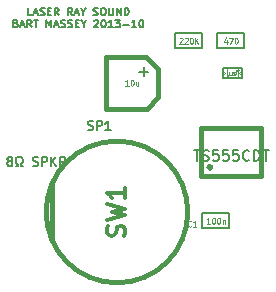
<source format=gto>
G04 (created by PCBNEW (2013-09-18 BZR 4323)-product) date Mon 07 Oct 2013 05:14:51 PM PDT*
%MOIN*%
G04 Gerber Fmt 3.4, Leading zero omitted, Abs format*
%FSLAX34Y34*%
G01*
G70*
G90*
G04 APERTURE LIST*
%ADD10C,0.005906*%
%ADD11C,0.005000*%
%ADD12C,0.015000*%
%ADD13C,0.002000*%
%ADD14C,0.005900*%
%ADD15C,0.012000*%
%ADD16C,0.004500*%
%ADD17C,0.007900*%
%ADD18C,0.000800*%
%ADD19C,0.006000*%
G04 APERTURE END LIST*
G54D10*
G54D11*
X1146Y9486D02*
X1027Y9486D01*
X1027Y9736D01*
X1217Y9558D02*
X1336Y9558D01*
X1194Y9486D02*
X1277Y9736D01*
X1360Y9486D01*
X1432Y9498D02*
X1467Y9486D01*
X1527Y9486D01*
X1551Y9498D01*
X1563Y9510D01*
X1575Y9534D01*
X1575Y9558D01*
X1563Y9582D01*
X1551Y9594D01*
X1527Y9605D01*
X1479Y9617D01*
X1455Y9629D01*
X1444Y9641D01*
X1432Y9665D01*
X1432Y9689D01*
X1444Y9713D01*
X1455Y9725D01*
X1479Y9736D01*
X1539Y9736D01*
X1575Y9725D01*
X1682Y9617D02*
X1765Y9617D01*
X1801Y9486D02*
X1682Y9486D01*
X1682Y9736D01*
X1801Y9736D01*
X2051Y9486D02*
X1967Y9605D01*
X1908Y9486D02*
X1908Y9736D01*
X2003Y9736D01*
X2027Y9725D01*
X2039Y9713D01*
X2051Y9689D01*
X2051Y9653D01*
X2039Y9629D01*
X2027Y9617D01*
X2003Y9605D01*
X1908Y9605D01*
X2491Y9486D02*
X2408Y9605D01*
X2348Y9486D02*
X2348Y9736D01*
X2444Y9736D01*
X2467Y9725D01*
X2479Y9713D01*
X2491Y9689D01*
X2491Y9653D01*
X2479Y9629D01*
X2467Y9617D01*
X2444Y9605D01*
X2348Y9605D01*
X2586Y9558D02*
X2705Y9558D01*
X2563Y9486D02*
X2646Y9736D01*
X2729Y9486D01*
X2860Y9605D02*
X2860Y9486D01*
X2777Y9736D02*
X2860Y9605D01*
X2944Y9736D01*
X3205Y9498D02*
X3241Y9486D01*
X3301Y9486D01*
X3325Y9498D01*
X3336Y9510D01*
X3348Y9534D01*
X3348Y9558D01*
X3336Y9582D01*
X3325Y9594D01*
X3301Y9605D01*
X3253Y9617D01*
X3229Y9629D01*
X3217Y9641D01*
X3205Y9665D01*
X3205Y9689D01*
X3217Y9713D01*
X3229Y9725D01*
X3253Y9736D01*
X3313Y9736D01*
X3348Y9725D01*
X3503Y9736D02*
X3551Y9736D01*
X3575Y9725D01*
X3598Y9701D01*
X3610Y9653D01*
X3610Y9570D01*
X3598Y9522D01*
X3575Y9498D01*
X3551Y9486D01*
X3503Y9486D01*
X3479Y9498D01*
X3455Y9522D01*
X3444Y9570D01*
X3444Y9653D01*
X3455Y9701D01*
X3479Y9725D01*
X3503Y9736D01*
X3717Y9736D02*
X3717Y9534D01*
X3729Y9510D01*
X3741Y9498D01*
X3765Y9486D01*
X3813Y9486D01*
X3836Y9498D01*
X3848Y9510D01*
X3860Y9534D01*
X3860Y9736D01*
X3979Y9486D02*
X3979Y9736D01*
X4122Y9486D01*
X4122Y9736D01*
X4241Y9486D02*
X4241Y9736D01*
X4301Y9736D01*
X4336Y9725D01*
X4360Y9701D01*
X4372Y9677D01*
X4384Y9629D01*
X4384Y9594D01*
X4372Y9546D01*
X4360Y9522D01*
X4336Y9498D01*
X4301Y9486D01*
X4241Y9486D01*
X622Y9217D02*
X658Y9205D01*
X670Y9194D01*
X682Y9170D01*
X682Y9134D01*
X670Y9110D01*
X658Y9098D01*
X634Y9086D01*
X539Y9086D01*
X539Y9336D01*
X622Y9336D01*
X646Y9325D01*
X658Y9313D01*
X670Y9289D01*
X670Y9265D01*
X658Y9241D01*
X646Y9229D01*
X622Y9217D01*
X539Y9217D01*
X777Y9158D02*
X896Y9158D01*
X753Y9086D02*
X836Y9336D01*
X920Y9086D01*
X1146Y9086D02*
X1063Y9205D01*
X1003Y9086D02*
X1003Y9336D01*
X1098Y9336D01*
X1122Y9325D01*
X1134Y9313D01*
X1146Y9289D01*
X1146Y9253D01*
X1134Y9229D01*
X1122Y9217D01*
X1098Y9205D01*
X1003Y9205D01*
X1217Y9336D02*
X1360Y9336D01*
X1289Y9086D02*
X1289Y9336D01*
X1634Y9086D02*
X1634Y9336D01*
X1717Y9158D01*
X1801Y9336D01*
X1801Y9086D01*
X1908Y9158D02*
X2027Y9158D01*
X1884Y9086D02*
X1967Y9336D01*
X2051Y9086D01*
X2122Y9098D02*
X2158Y9086D01*
X2217Y9086D01*
X2241Y9098D01*
X2253Y9110D01*
X2265Y9134D01*
X2265Y9158D01*
X2253Y9182D01*
X2241Y9194D01*
X2217Y9205D01*
X2170Y9217D01*
X2146Y9229D01*
X2134Y9241D01*
X2122Y9265D01*
X2122Y9289D01*
X2134Y9313D01*
X2146Y9325D01*
X2170Y9336D01*
X2229Y9336D01*
X2265Y9325D01*
X2360Y9098D02*
X2396Y9086D01*
X2455Y9086D01*
X2479Y9098D01*
X2491Y9110D01*
X2503Y9134D01*
X2503Y9158D01*
X2491Y9182D01*
X2479Y9194D01*
X2455Y9205D01*
X2408Y9217D01*
X2384Y9229D01*
X2372Y9241D01*
X2360Y9265D01*
X2360Y9289D01*
X2372Y9313D01*
X2384Y9325D01*
X2408Y9336D01*
X2467Y9336D01*
X2503Y9325D01*
X2610Y9217D02*
X2694Y9217D01*
X2729Y9086D02*
X2610Y9086D01*
X2610Y9336D01*
X2729Y9336D01*
X2884Y9205D02*
X2884Y9086D01*
X2801Y9336D02*
X2884Y9205D01*
X2967Y9336D01*
X3229Y9313D02*
X3241Y9325D01*
X3265Y9336D01*
X3325Y9336D01*
X3348Y9325D01*
X3360Y9313D01*
X3372Y9289D01*
X3372Y9265D01*
X3360Y9229D01*
X3217Y9086D01*
X3372Y9086D01*
X3527Y9336D02*
X3551Y9336D01*
X3575Y9325D01*
X3586Y9313D01*
X3598Y9289D01*
X3610Y9241D01*
X3610Y9182D01*
X3598Y9134D01*
X3586Y9110D01*
X3575Y9098D01*
X3551Y9086D01*
X3527Y9086D01*
X3503Y9098D01*
X3491Y9110D01*
X3479Y9134D01*
X3467Y9182D01*
X3467Y9241D01*
X3479Y9289D01*
X3491Y9313D01*
X3503Y9325D01*
X3527Y9336D01*
X3848Y9086D02*
X3705Y9086D01*
X3777Y9086D02*
X3777Y9336D01*
X3753Y9301D01*
X3729Y9277D01*
X3705Y9265D01*
X3932Y9336D02*
X4086Y9336D01*
X4003Y9241D01*
X4039Y9241D01*
X4063Y9229D01*
X4075Y9217D01*
X4086Y9194D01*
X4086Y9134D01*
X4075Y9110D01*
X4063Y9098D01*
X4039Y9086D01*
X3967Y9086D01*
X3944Y9098D01*
X3932Y9110D01*
X4194Y9182D02*
X4384Y9182D01*
X4634Y9086D02*
X4491Y9086D01*
X4563Y9086D02*
X4563Y9336D01*
X4539Y9301D01*
X4515Y9277D01*
X4491Y9265D01*
X4789Y9336D02*
X4813Y9336D01*
X4836Y9325D01*
X4848Y9313D01*
X4860Y9289D01*
X4872Y9241D01*
X4872Y9182D01*
X4860Y9134D01*
X4848Y9110D01*
X4836Y9098D01*
X4813Y9086D01*
X4789Y9086D01*
X4765Y9098D01*
X4753Y9110D01*
X4741Y9134D01*
X4729Y9182D01*
X4729Y9241D01*
X4741Y9289D01*
X4753Y9313D01*
X4765Y9325D01*
X4789Y9336D01*
G54D12*
X1825Y3919D02*
X1825Y1951D01*
X6352Y2935D02*
G75*
G03X6352Y2935I-2362J0D01*
G74*
G01*
X7120Y4423D02*
G75*
G03X7120Y4423I-39J0D01*
G74*
G01*
X8774Y5722D02*
X8774Y4148D01*
X8774Y4148D02*
X6806Y4148D01*
X6806Y4148D02*
X6806Y5722D01*
X6806Y5722D02*
X8774Y5722D01*
G54D11*
X7740Y2385D02*
X6840Y2385D01*
X6840Y2385D02*
X6840Y2885D01*
X6840Y2885D02*
X7740Y2885D01*
X7740Y2885D02*
X7740Y2385D01*
X7340Y8885D02*
X8240Y8885D01*
X8240Y8885D02*
X8240Y8385D01*
X8240Y8385D02*
X7340Y8385D01*
X7340Y8385D02*
X7340Y8885D01*
X6840Y8385D02*
X5940Y8385D01*
X5940Y8385D02*
X5940Y8885D01*
X5940Y8885D02*
X6840Y8885D01*
X6840Y8885D02*
X6840Y8385D01*
G54D12*
X5002Y6369D02*
X3624Y6369D01*
X5356Y7707D02*
X5356Y6763D01*
X3624Y8101D02*
X4962Y8101D01*
X4962Y8101D02*
X5356Y7707D01*
X5002Y6369D02*
X5356Y6763D01*
X3624Y6369D02*
X3624Y8101D01*
G54D13*
X8084Y7666D02*
G75*
G03X8084Y7666I-8J0D01*
G74*
G01*
X8037Y7717D02*
X8037Y7403D01*
X7643Y7717D02*
X7643Y7403D01*
X8076Y7560D02*
G75*
G03X8155Y7481I79J0D01*
G74*
G01*
X8155Y7639D02*
G75*
G03X8076Y7560I0J-79D01*
G74*
G01*
X7604Y7560D02*
G75*
G03X7525Y7639I-79J0D01*
G74*
G01*
X7525Y7481D02*
G75*
G03X7604Y7560I0J79D01*
G74*
G01*
G54D14*
X7525Y7717D02*
X8155Y7717D01*
X8155Y7717D02*
X8155Y7403D01*
X8155Y7403D02*
X7525Y7403D01*
X7525Y7403D02*
X7525Y7717D01*
G54D15*
X4232Y2135D02*
X4261Y2220D01*
X4261Y2363D01*
X4232Y2420D01*
X4204Y2449D01*
X4147Y2477D01*
X4090Y2477D01*
X4032Y2449D01*
X4004Y2420D01*
X3975Y2363D01*
X3947Y2249D01*
X3918Y2192D01*
X3890Y2163D01*
X3832Y2135D01*
X3775Y2135D01*
X3718Y2163D01*
X3690Y2192D01*
X3661Y2249D01*
X3661Y2392D01*
X3690Y2477D01*
X3661Y2677D02*
X4261Y2820D01*
X3832Y2935D01*
X4261Y3049D01*
X3661Y3192D01*
X4261Y3735D02*
X4261Y3392D01*
X4261Y3563D02*
X3661Y3563D01*
X3747Y3506D01*
X3804Y3449D01*
X3832Y3392D01*
G54D11*
X6550Y4991D02*
X6750Y4991D01*
X6650Y4641D02*
X6650Y4991D01*
X6849Y4658D02*
X6899Y4641D01*
X6983Y4641D01*
X7016Y4658D01*
X7033Y4675D01*
X7049Y4708D01*
X7049Y4741D01*
X7033Y4775D01*
X7016Y4791D01*
X6983Y4808D01*
X6916Y4825D01*
X6883Y4841D01*
X6866Y4858D01*
X6849Y4891D01*
X6849Y4925D01*
X6866Y4958D01*
X6883Y4975D01*
X6916Y4991D01*
X6999Y4991D01*
X7049Y4975D01*
X7366Y4991D02*
X7200Y4991D01*
X7183Y4825D01*
X7200Y4841D01*
X7233Y4858D01*
X7316Y4858D01*
X7350Y4841D01*
X7366Y4825D01*
X7383Y4791D01*
X7383Y4708D01*
X7366Y4675D01*
X7350Y4658D01*
X7316Y4641D01*
X7233Y4641D01*
X7200Y4658D01*
X7183Y4675D01*
X7700Y4991D02*
X7533Y4991D01*
X7516Y4825D01*
X7533Y4841D01*
X7566Y4858D01*
X7650Y4858D01*
X7683Y4841D01*
X7700Y4825D01*
X7716Y4791D01*
X7716Y4708D01*
X7700Y4675D01*
X7683Y4658D01*
X7650Y4641D01*
X7566Y4641D01*
X7533Y4658D01*
X7516Y4675D01*
X8033Y4991D02*
X7866Y4991D01*
X7850Y4825D01*
X7866Y4841D01*
X7900Y4858D01*
X7983Y4858D01*
X8016Y4841D01*
X8033Y4825D01*
X8050Y4791D01*
X8050Y4708D01*
X8033Y4675D01*
X8016Y4658D01*
X7983Y4641D01*
X7900Y4641D01*
X7866Y4658D01*
X7850Y4675D01*
X8400Y4675D02*
X8383Y4658D01*
X8333Y4641D01*
X8300Y4641D01*
X8250Y4658D01*
X8216Y4691D01*
X8200Y4725D01*
X8183Y4791D01*
X8183Y4841D01*
X8200Y4908D01*
X8216Y4941D01*
X8250Y4975D01*
X8300Y4991D01*
X8333Y4991D01*
X8383Y4975D01*
X8400Y4958D01*
X8550Y4641D02*
X8550Y4991D01*
X8633Y4991D01*
X8683Y4975D01*
X8716Y4941D01*
X8733Y4908D01*
X8750Y4841D01*
X8750Y4791D01*
X8733Y4725D01*
X8716Y4691D01*
X8683Y4658D01*
X8633Y4641D01*
X8550Y4641D01*
X8850Y4991D02*
X9050Y4991D01*
X8950Y4641D02*
X8950Y4991D01*
G54D16*
X6460Y2463D02*
X6451Y2454D01*
X6425Y2444D01*
X6408Y2444D01*
X6382Y2454D01*
X6365Y2473D01*
X6357Y2492D01*
X6348Y2530D01*
X6348Y2558D01*
X6357Y2596D01*
X6365Y2615D01*
X6382Y2635D01*
X6408Y2644D01*
X6425Y2644D01*
X6451Y2635D01*
X6460Y2625D01*
X6631Y2444D02*
X6528Y2444D01*
X6580Y2444D02*
X6580Y2644D01*
X6562Y2615D01*
X6545Y2596D01*
X6528Y2587D01*
X7088Y2544D02*
X6985Y2544D01*
X7037Y2544D02*
X7037Y2744D01*
X7019Y2715D01*
X7002Y2696D01*
X6985Y2687D01*
X7200Y2744D02*
X7217Y2744D01*
X7234Y2735D01*
X7242Y2725D01*
X7251Y2706D01*
X7260Y2668D01*
X7260Y2620D01*
X7251Y2582D01*
X7242Y2563D01*
X7234Y2554D01*
X7217Y2544D01*
X7200Y2544D01*
X7182Y2554D01*
X7174Y2563D01*
X7165Y2582D01*
X7157Y2620D01*
X7157Y2668D01*
X7165Y2706D01*
X7174Y2725D01*
X7182Y2735D01*
X7200Y2744D01*
X7371Y2744D02*
X7388Y2744D01*
X7405Y2735D01*
X7414Y2725D01*
X7422Y2706D01*
X7431Y2668D01*
X7431Y2620D01*
X7422Y2582D01*
X7414Y2563D01*
X7405Y2554D01*
X7388Y2544D01*
X7371Y2544D01*
X7354Y2554D01*
X7345Y2563D01*
X7337Y2582D01*
X7328Y2620D01*
X7328Y2668D01*
X7337Y2706D01*
X7345Y2725D01*
X7354Y2735D01*
X7371Y2744D01*
X7508Y2677D02*
X7508Y2544D01*
X7508Y2658D02*
X7517Y2668D01*
X7534Y2677D01*
X7560Y2677D01*
X7577Y2668D01*
X7585Y2649D01*
X7585Y2544D01*
X7652Y8677D02*
X7652Y8544D01*
X7610Y8754D02*
X7567Y8611D01*
X7678Y8611D01*
X7730Y8744D02*
X7850Y8744D01*
X7772Y8544D01*
X7952Y8744D02*
X7970Y8744D01*
X7987Y8735D01*
X7995Y8725D01*
X8004Y8706D01*
X8012Y8668D01*
X8012Y8620D01*
X8004Y8582D01*
X7995Y8563D01*
X7987Y8554D01*
X7970Y8544D01*
X7952Y8544D01*
X7935Y8554D01*
X7927Y8563D01*
X7918Y8582D01*
X7910Y8620D01*
X7910Y8668D01*
X7918Y8706D01*
X7927Y8725D01*
X7935Y8735D01*
X7952Y8744D01*
X6077Y8725D02*
X6085Y8735D01*
X6102Y8744D01*
X6145Y8744D01*
X6162Y8735D01*
X6171Y8725D01*
X6180Y8706D01*
X6180Y8687D01*
X6171Y8658D01*
X6068Y8544D01*
X6180Y8544D01*
X6248Y8725D02*
X6257Y8735D01*
X6274Y8744D01*
X6317Y8744D01*
X6334Y8735D01*
X6342Y8725D01*
X6351Y8706D01*
X6351Y8687D01*
X6342Y8658D01*
X6240Y8544D01*
X6351Y8544D01*
X6462Y8744D02*
X6480Y8744D01*
X6497Y8735D01*
X6505Y8725D01*
X6514Y8706D01*
X6522Y8668D01*
X6522Y8620D01*
X6514Y8582D01*
X6505Y8563D01*
X6497Y8554D01*
X6480Y8544D01*
X6462Y8544D01*
X6445Y8554D01*
X6437Y8563D01*
X6428Y8582D01*
X6420Y8620D01*
X6420Y8668D01*
X6428Y8706D01*
X6437Y8725D01*
X6445Y8735D01*
X6462Y8744D01*
X6600Y8544D02*
X6600Y8744D01*
X6702Y8544D02*
X6625Y8658D01*
X6702Y8744D02*
X6600Y8630D01*
X4374Y7144D02*
X4271Y7144D01*
X4322Y7144D02*
X4322Y7344D01*
X4305Y7315D01*
X4288Y7296D01*
X4271Y7287D01*
X4485Y7344D02*
X4502Y7344D01*
X4520Y7335D01*
X4528Y7325D01*
X4537Y7306D01*
X4545Y7268D01*
X4545Y7220D01*
X4537Y7182D01*
X4528Y7163D01*
X4520Y7154D01*
X4502Y7144D01*
X4485Y7144D01*
X4468Y7154D01*
X4460Y7163D01*
X4451Y7182D01*
X4442Y7220D01*
X4442Y7268D01*
X4451Y7306D01*
X4460Y7325D01*
X4468Y7335D01*
X4485Y7344D01*
X4700Y7277D02*
X4700Y7144D01*
X4622Y7277D02*
X4622Y7173D01*
X4631Y7154D01*
X4648Y7144D01*
X4674Y7144D01*
X4691Y7154D01*
X4700Y7163D01*
G54D17*
X4733Y7600D02*
X5034Y7600D01*
X4884Y7450D02*
X4884Y7750D01*
G54D13*
X7777Y7515D02*
X7730Y7515D01*
X7730Y7613D01*
X7809Y7567D02*
X7842Y7567D01*
X7856Y7515D02*
X7809Y7515D01*
X7809Y7613D01*
X7856Y7613D01*
X7898Y7515D02*
X7898Y7613D01*
X7921Y7613D01*
X7935Y7609D01*
X7945Y7599D01*
X7949Y7590D01*
X7954Y7571D01*
X7954Y7557D01*
X7949Y7539D01*
X7945Y7529D01*
X7935Y7520D01*
X7921Y7515D01*
X7898Y7515D01*
G54D18*
X7678Y7464D02*
X7701Y7464D01*
X7673Y7450D02*
X7690Y7500D01*
X7706Y7450D01*
X8001Y7636D02*
X7999Y7633D01*
X7991Y7631D01*
X7987Y7631D01*
X7980Y7633D01*
X7975Y7638D01*
X7972Y7643D01*
X7970Y7652D01*
X7970Y7659D01*
X7972Y7669D01*
X7975Y7674D01*
X7980Y7679D01*
X7987Y7681D01*
X7991Y7681D01*
X7999Y7679D01*
X8001Y7676D01*
G54D19*
X3021Y5678D02*
X3064Y5664D01*
X3135Y5664D01*
X3164Y5678D01*
X3178Y5692D01*
X3192Y5721D01*
X3192Y5750D01*
X3178Y5778D01*
X3164Y5792D01*
X3135Y5807D01*
X3078Y5821D01*
X3050Y5835D01*
X3035Y5850D01*
X3021Y5878D01*
X3021Y5907D01*
X3035Y5935D01*
X3050Y5950D01*
X3078Y5964D01*
X3150Y5964D01*
X3192Y5950D01*
X3321Y5664D02*
X3321Y5964D01*
X3435Y5964D01*
X3464Y5950D01*
X3478Y5935D01*
X3492Y5907D01*
X3492Y5864D01*
X3478Y5835D01*
X3464Y5821D01*
X3435Y5807D01*
X3321Y5807D01*
X3778Y5664D02*
X3607Y5664D01*
X3692Y5664D02*
X3692Y5964D01*
X3664Y5921D01*
X3635Y5892D01*
X3607Y5878D01*
G54D11*
X392Y4635D02*
X364Y4650D01*
X350Y4664D01*
X335Y4692D01*
X335Y4707D01*
X350Y4735D01*
X364Y4750D01*
X392Y4764D01*
X450Y4764D01*
X478Y4750D01*
X492Y4735D01*
X507Y4707D01*
X507Y4692D01*
X492Y4664D01*
X478Y4650D01*
X450Y4635D01*
X392Y4635D01*
X364Y4621D01*
X350Y4607D01*
X335Y4578D01*
X335Y4521D01*
X350Y4492D01*
X364Y4478D01*
X392Y4464D01*
X450Y4464D01*
X478Y4478D01*
X492Y4492D01*
X507Y4521D01*
X507Y4578D01*
X492Y4607D01*
X478Y4621D01*
X450Y4635D01*
X621Y4464D02*
X692Y4464D01*
X692Y4521D01*
X664Y4535D01*
X635Y4564D01*
X621Y4607D01*
X621Y4678D01*
X635Y4721D01*
X664Y4750D01*
X707Y4764D01*
X764Y4764D01*
X807Y4750D01*
X835Y4721D01*
X850Y4678D01*
X850Y4607D01*
X835Y4564D01*
X807Y4535D01*
X778Y4521D01*
X778Y4464D01*
X850Y4464D01*
X1192Y4478D02*
X1235Y4464D01*
X1307Y4464D01*
X1335Y4478D01*
X1350Y4492D01*
X1364Y4521D01*
X1364Y4550D01*
X1350Y4578D01*
X1335Y4592D01*
X1307Y4607D01*
X1250Y4621D01*
X1221Y4635D01*
X1207Y4650D01*
X1192Y4678D01*
X1192Y4707D01*
X1207Y4735D01*
X1221Y4750D01*
X1250Y4764D01*
X1321Y4764D01*
X1364Y4750D01*
X1492Y4464D02*
X1492Y4764D01*
X1607Y4764D01*
X1635Y4750D01*
X1649Y4735D01*
X1664Y4707D01*
X1664Y4664D01*
X1649Y4635D01*
X1635Y4621D01*
X1607Y4607D01*
X1492Y4607D01*
X1792Y4464D02*
X1792Y4764D01*
X1964Y4464D02*
X1835Y4635D01*
X1964Y4764D02*
X1792Y4592D01*
X2264Y4464D02*
X2164Y4607D01*
X2092Y4464D02*
X2092Y4764D01*
X2207Y4764D01*
X2235Y4750D01*
X2249Y4735D01*
X2264Y4707D01*
X2264Y4664D01*
X2249Y4635D01*
X2235Y4621D01*
X2207Y4607D01*
X2092Y4607D01*
M02*

</source>
